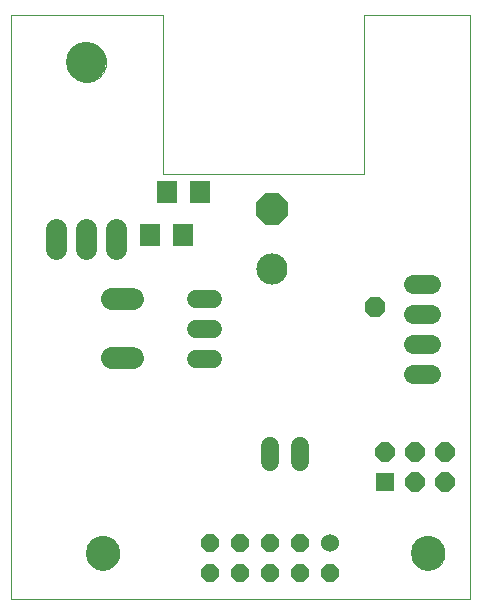
<source format=gbs>
G75*
G70*
%OFA0B0*%
%FSLAX24Y24*%
%IPPOS*%
%LPD*%
%AMOC8*
5,1,8,0,0,1.08239X$1,22.5*
%
%ADD10C,0.0000*%
%ADD11R,0.0640X0.0640*%
%ADD12OC8,0.0640*%
%ADD13R,0.0670X0.0749*%
%ADD14C,0.0745*%
%ADD15C,0.0600*%
%ADD16OC8,0.0600*%
%ADD17C,0.0600*%
%ADD18C,0.0634*%
%ADD19C,0.1040*%
%ADD20OC8,0.1040*%
%ADD21C,0.1142*%
%ADD22OC8,0.0670*%
%ADD23C,0.0700*%
%ADD24C,0.1340*%
D10*
X000605Y000776D02*
X000605Y020264D01*
X005648Y020264D01*
X005648Y014949D01*
X012341Y014949D01*
X012341Y020264D01*
X015884Y020264D01*
X015884Y000776D01*
X000605Y000776D01*
X003090Y002312D02*
X003092Y002359D01*
X003098Y002405D01*
X003108Y002451D01*
X003121Y002496D01*
X003139Y002539D01*
X003160Y002581D01*
X003184Y002621D01*
X003212Y002658D01*
X003243Y002693D01*
X003277Y002726D01*
X003313Y002755D01*
X003352Y002781D01*
X003393Y002804D01*
X003436Y002823D01*
X003480Y002839D01*
X003525Y002851D01*
X003571Y002859D01*
X003618Y002863D01*
X003664Y002863D01*
X003711Y002859D01*
X003757Y002851D01*
X003802Y002839D01*
X003846Y002823D01*
X003889Y002804D01*
X003930Y002781D01*
X003969Y002755D01*
X004005Y002726D01*
X004039Y002693D01*
X004070Y002658D01*
X004098Y002621D01*
X004122Y002581D01*
X004143Y002539D01*
X004161Y002496D01*
X004174Y002451D01*
X004184Y002405D01*
X004190Y002359D01*
X004192Y002312D01*
X004190Y002265D01*
X004184Y002219D01*
X004174Y002173D01*
X004161Y002128D01*
X004143Y002085D01*
X004122Y002043D01*
X004098Y002003D01*
X004070Y001966D01*
X004039Y001931D01*
X004005Y001898D01*
X003969Y001869D01*
X003930Y001843D01*
X003889Y001820D01*
X003846Y001801D01*
X003802Y001785D01*
X003757Y001773D01*
X003711Y001765D01*
X003664Y001761D01*
X003618Y001761D01*
X003571Y001765D01*
X003525Y001773D01*
X003480Y001785D01*
X003436Y001801D01*
X003393Y001820D01*
X003352Y001843D01*
X003313Y001869D01*
X003277Y001898D01*
X003243Y001931D01*
X003212Y001966D01*
X003184Y002003D01*
X003160Y002043D01*
X003139Y002085D01*
X003121Y002128D01*
X003108Y002173D01*
X003098Y002219D01*
X003092Y002265D01*
X003090Y002312D01*
X013936Y002311D02*
X013938Y002358D01*
X013944Y002404D01*
X013954Y002450D01*
X013967Y002495D01*
X013985Y002538D01*
X014006Y002580D01*
X014030Y002620D01*
X014058Y002657D01*
X014089Y002692D01*
X014123Y002725D01*
X014159Y002754D01*
X014198Y002780D01*
X014239Y002803D01*
X014282Y002822D01*
X014326Y002838D01*
X014371Y002850D01*
X014417Y002858D01*
X014464Y002862D01*
X014510Y002862D01*
X014557Y002858D01*
X014603Y002850D01*
X014648Y002838D01*
X014692Y002822D01*
X014735Y002803D01*
X014776Y002780D01*
X014815Y002754D01*
X014851Y002725D01*
X014885Y002692D01*
X014916Y002657D01*
X014944Y002620D01*
X014968Y002580D01*
X014989Y002538D01*
X015007Y002495D01*
X015020Y002450D01*
X015030Y002404D01*
X015036Y002358D01*
X015038Y002311D01*
X015036Y002264D01*
X015030Y002218D01*
X015020Y002172D01*
X015007Y002127D01*
X014989Y002084D01*
X014968Y002042D01*
X014944Y002002D01*
X014916Y001965D01*
X014885Y001930D01*
X014851Y001897D01*
X014815Y001868D01*
X014776Y001842D01*
X014735Y001819D01*
X014692Y001800D01*
X014648Y001784D01*
X014603Y001772D01*
X014557Y001764D01*
X014510Y001760D01*
X014464Y001760D01*
X014417Y001764D01*
X014371Y001772D01*
X014326Y001784D01*
X014282Y001800D01*
X014239Y001819D01*
X014198Y001842D01*
X014159Y001868D01*
X014123Y001897D01*
X014089Y001930D01*
X014058Y001965D01*
X014030Y002002D01*
X014006Y002042D01*
X013985Y002084D01*
X013967Y002127D01*
X013954Y002172D01*
X013944Y002218D01*
X013938Y002264D01*
X013936Y002311D01*
X002455Y018676D02*
X002457Y018726D01*
X002463Y018776D01*
X002473Y018826D01*
X002486Y018874D01*
X002503Y018922D01*
X002524Y018968D01*
X002548Y019012D01*
X002576Y019054D01*
X002607Y019094D01*
X002641Y019131D01*
X002678Y019166D01*
X002717Y019197D01*
X002758Y019226D01*
X002802Y019251D01*
X002848Y019273D01*
X002895Y019291D01*
X002943Y019305D01*
X002992Y019316D01*
X003042Y019323D01*
X003092Y019326D01*
X003143Y019325D01*
X003193Y019320D01*
X003243Y019311D01*
X003291Y019299D01*
X003339Y019282D01*
X003385Y019262D01*
X003430Y019239D01*
X003473Y019212D01*
X003513Y019182D01*
X003551Y019149D01*
X003586Y019113D01*
X003619Y019074D01*
X003648Y019033D01*
X003674Y018990D01*
X003697Y018945D01*
X003716Y018898D01*
X003731Y018850D01*
X003743Y018801D01*
X003751Y018751D01*
X003755Y018701D01*
X003755Y018651D01*
X003751Y018601D01*
X003743Y018551D01*
X003731Y018502D01*
X003716Y018454D01*
X003697Y018407D01*
X003674Y018362D01*
X003648Y018319D01*
X003619Y018278D01*
X003586Y018239D01*
X003551Y018203D01*
X003513Y018170D01*
X003473Y018140D01*
X003430Y018113D01*
X003385Y018090D01*
X003339Y018070D01*
X003291Y018053D01*
X003243Y018041D01*
X003193Y018032D01*
X003143Y018027D01*
X003092Y018026D01*
X003042Y018029D01*
X002992Y018036D01*
X002943Y018047D01*
X002895Y018061D01*
X002848Y018079D01*
X002802Y018101D01*
X002758Y018126D01*
X002717Y018155D01*
X002678Y018186D01*
X002641Y018221D01*
X002607Y018258D01*
X002576Y018298D01*
X002548Y018340D01*
X002524Y018384D01*
X002503Y018430D01*
X002486Y018478D01*
X002473Y018526D01*
X002463Y018576D01*
X002457Y018626D01*
X002455Y018676D01*
D11*
X013062Y004674D03*
D12*
X013062Y005674D03*
X014062Y005674D03*
X014062Y004674D03*
X015062Y004674D03*
X015062Y005674D03*
D13*
X006883Y014365D03*
X005780Y014365D03*
X005234Y012932D03*
X006337Y012932D03*
D14*
X004665Y010784D02*
X003960Y010784D01*
X003960Y008815D02*
X004665Y008815D01*
D15*
X011239Y002666D03*
D16*
X011239Y001666D03*
X010239Y001666D03*
X010239Y002666D03*
X009239Y002666D03*
X009239Y001666D03*
X008239Y001666D03*
X008239Y002666D03*
X007239Y002666D03*
X007239Y001666D03*
D17*
X009227Y005340D02*
X009227Y005900D01*
X010227Y005900D02*
X010227Y005340D01*
X007332Y008776D02*
X006772Y008776D01*
X006772Y009776D02*
X007332Y009776D01*
X007332Y010776D02*
X006772Y010776D01*
D18*
X014002Y011273D02*
X014596Y011273D01*
X014596Y010273D02*
X014002Y010273D01*
X014002Y009273D02*
X014596Y009273D01*
X014596Y008273D02*
X014002Y008273D01*
D19*
X009302Y011776D03*
D20*
X009302Y013776D03*
D21*
X014487Y002311D03*
X003641Y002312D03*
D22*
X012715Y010526D03*
D23*
X004105Y012446D02*
X004105Y013106D01*
X003105Y013106D02*
X003105Y012446D01*
X002105Y012446D02*
X002105Y013106D01*
D24*
X003105Y018676D03*
M02*

</source>
